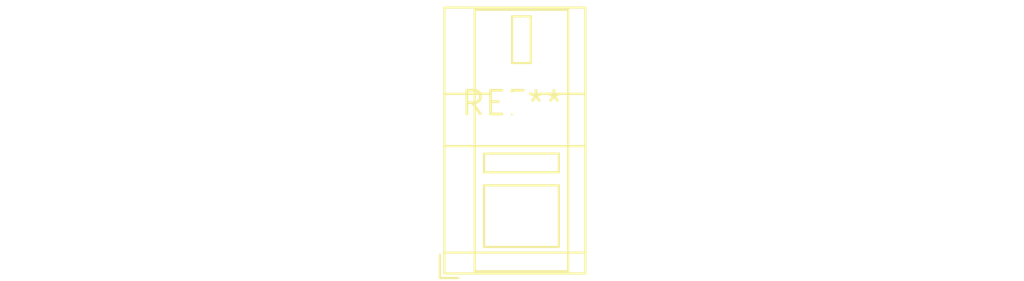
<source format=kicad_pcb>
(kicad_pcb (version 20240108) (generator pcbnew)
  (layers (0 "F.Cu" signal) (31 "B.Cu" signal) (34 "B.Paste" user) (35 "F.Paste" user) (36 "B.SilkS" user "B.Silkscreen") (37 "F.SilkS" user "F.Silkscreen") (38 "B.Mask" user) (39 "F.Mask" user) (44 "Edge.Cuts" user))
  (net 0 "")
  (footprint "TerminalBlock_WAGO_236-101_1x01_P5.00mm_45Degree" (layer "F.Cu") (at 0 0)
    (property "Reference" "REF**")
    (property "Value" "TerminalBlock_WAGO_236-101_1x01_P5.00mm_45Degree")
    (fp_line (start -3.86 8.12) (end -3.86 9.36) (layer "F.SilkS") (stroke (width 0.12)))
    (fp_line (start -3.86 9.36) (end -2.86 9.36) (layer "F.SilkS") (stroke (width 0.12)))
    (fp_line (start -3.62 -5.12) (end -3.62 9.12) (layer "F.SilkS") (stroke (width 0.12)))
    (fp_line (start -3.62 -5.12) (end 3.92 -5.12) (layer "F.SilkS") (stroke (width 0.12)))
    (fp_line (start -3.62 -0.5) (end -1.23 -0.5) (layer "F.SilkS") (stroke (width 0.12)))
    (fp_line (start -3.62 2.3) (end 3.92 2.3) (layer "F.SilkS") (stroke (width 0.12)))
    (fp_line (start -3.62 8) (end 3.92 8) (layer "F.SilkS") (stroke (width 0.12)))
    (fp_line (start -3.62 9.12) (end 3.92 9.12) (layer "F.SilkS") (stroke (width 0.12)))
    (fp_line (start -2 -5) (end -2 9) (layer "F.SilkS") (stroke (width 0.12)))
    (fp_line (start -2 -5) (end 3 -5) (layer "F.SilkS") (stroke (width 0.12)))
    (fp_line (start -2 9) (end 3 9) (layer "F.SilkS") (stroke (width 0.12)))
    (fp_line (start -1.5 2.7) (end -1.5 3.7) (layer "F.SilkS") (stroke (width 0.12)))
    (fp_line (start -1.5 2.7) (end 2.5 2.7) (layer "F.SilkS") (stroke (width 0.12)))
    (fp_line (start -1.5 3.7) (end 2.5 3.7) (layer "F.SilkS") (stroke (width 0.12)))
    (fp_line (start -1.5 4.4) (end -1.5 7.7) (layer "F.SilkS") (stroke (width 0.12)))
    (fp_line (start -1.5 4.4) (end 2.5 4.4) (layer "F.SilkS") (stroke (width 0.12)))
    (fp_line (start -1.5 7.7) (end 2.5 7.7) (layer "F.SilkS") (stroke (width 0.12)))
    (fp_line (start 0 -4.65) (end 0 -2.151) (layer "F.SilkS") (stroke (width 0.12)))
    (fp_line (start 0 -4.65) (end 1 -4.65) (layer "F.SilkS") (stroke (width 0.12)))
    (fp_line (start 0 -2.151) (end 1 -2.151) (layer "F.SilkS") (stroke (width 0.12)))
    (fp_line (start 1 -4.65) (end 1 -2.151) (layer "F.SilkS") (stroke (width 0.12)))
    (fp_line (start 1.23 -0.5) (end 3.92 -0.5) (layer "F.SilkS") (stroke (width 0.12)))
    (fp_line (start 2.5 2.7) (end 2.5 3.7) (layer "F.SilkS") (stroke (width 0.12)))
    (fp_line (start 2.5 4.4) (end 2.5 7.7) (layer "F.SilkS") (stroke (width 0.12)))
    (fp_line (start 3 -5) (end 3 9) (layer "F.SilkS") (stroke (width 0.12)))
    (fp_line (start 3.92 -5.12) (end 3.92 9.12) (layer "F.SilkS") (stroke (width 0.12)))
    (pad "1" thru_hole rect (at 0 0) (size 1.5 3) (drill 1.15) (layers *.Cu *.Mask) (remove_unused_layers))
  )
)
</source>
